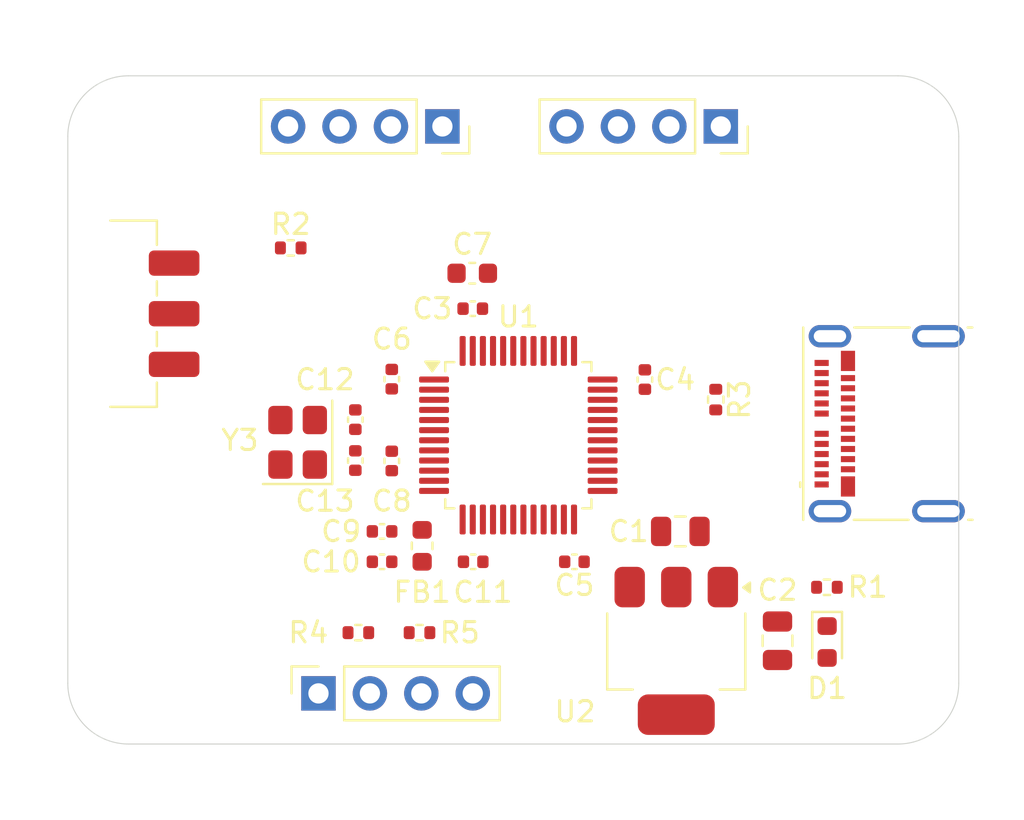
<source format=kicad_pcb>
(kicad_pcb (version 20241229) (generator "pcbnew") (generator_version "9.0")
  (layers (0 "F.Cu" signal) (2 "B.Cu" power) (13 "F.Paste" user) (15 "B.Paste" user) (5 "F.SilkS" user "F.Silkscreen") (7 "B.SilkS" user "B.Silkscreen") (1 "F.Mask" user) (3 "B.Mask" user) (25 "Edge.Cuts" user))
  (net 0 "")
  (net 1 "GND")
  (net 2 "VBUS")
  (net 3 "+3.3V")
  (net 4 "+3.3VA")
  (net 5 "/NRST")
  (net 6 "/HSE_IN")
  (net 7 "/HSE_OUT")
  (net 8 "/PWR_LED_K")
  (net 9 "/SWDIO")
  (net 10 "/SWCLK")
  (net 11 "/USART1_TX")
  (net 12 "/USART1_RX")
  (net 13 "/I2C2_SCL")
  (net 14 "/I2C2_SDA")
  (net 18 "/USB_D+")
  (net 20 "/USB_D-")
  (net 23 "/SW_BOOT0")
  (net 24 "/BOOT0")
  (net 52 "Net-(C10-Pad1)")
  (footprint "Package_TO_SOT_SMD:SOT-223-3_TabPin2" (layer "F.Cu") (at 202.05 98.4 -90)
    (property "Reference" "U2" (at 3 5 180) (layer "F.SilkS"))
    (property "Value" "AMS1117-3.3")
    (fp_line (start -1.85 3.41) (end 1.91 3.41) (stroke (width 0.12)) (layer "F.SilkS"))
    (fp_line (start 1.91 3.41) (end 1.91 2.15) (stroke (width 0.12)) (layer "F.SilkS"))
    (fp_line (start -1.85 -3.41) (end 1.91 -3.41) (stroke (width 0.12)) (layer "F.SilkS"))
    (fp_line (start 1.91 -3.41) (end 1.91 -2.15) (stroke (width 0.12)) (layer "F.SilkS"))
    (fp_poly (pts (xy -3.13 -3.31) (xy -3.37 -3.64) (xy -2.89 -3.64) (xy -3.13 -3.31)) (stroke (width 0.12)) (fill yes) (layer "F.SilkS"))
    (pad "1" smd roundrect (at -3.15 -2.3 270) (size 2 1.5) (layers "F.Cu" "F.Mask" "F.Paste") (net 1 "GND"))
    (pad "2" smd roundrect (at -3.15 0 270) (size 2 1.5) (layers "F.Cu" "F.Mask" "F.Paste") (net 3 "+3.3V"))
    (pad "2" smd roundrect (at 3.15 0 270) (size 2 3.8) (layers "F.Cu" "F.Mask" "F.Paste") (net 3 "+3.3V"))
    (pad "3" smd roundrect (at -3.15 2.3 270) (size 2 1.5) (layers "F.Cu" "F.Mask" "F.Paste") (net 2 "VBUS"))
  )
  (footprint "Connector_USB:USB_C_Receptacle_Molex_105450-0101" (layer "F.Cu") (at 212.445 87.18 90)
    (property "Reference" "P1")
    (property "Value" "USB_C_Plug_USB2.0")
    (fp_line (start -3.125 -4.275) (end -2.9 -4.275) (stroke (width 0.12)) (layer "F.SilkS"))
    (fp_line (start -4.75 -4.125) (end 4.75 -4.125) (stroke (width 0.12)) (layer "F.SilkS"))
    (fp_line (start -4.75 -1.625) (end -4.75 1.075) (stroke (width 0.12)) (layer "F.SilkS"))
    (fp_line (start 4.75 1.125) (end 4.75 -1.6) (stroke (width 0.12)) (layer "F.SilkS"))
    (fp_line (start 4.75 4.225) (end 4.75 4) (stroke (width 0.12)) (layer "F.SilkS"))
    (fp_line (start -4.75 4.235) (end -4.75 4.025) (stroke (width 0.12)) (layer "F.SilkS"))
    (pad "A1" smd rect (at -3 -3.215 90) (size 0.3 0.7) (layers "F.Cu" "F.Mask" "F.Paste") (net 1 "GND"))
    (pad "A2" smd rect (at -2.5 -3.215 90) (size 0.3 0.7) (layers "F.Cu" "F.Mask" "F.Paste"))
    (pad "A3" smd rect (at -2 -3.215 90) (size 0.3 0.7) (layers "F.Cu" "F.Mask" "F.Paste"))
    (pad "A4" smd rect (at -1.5 -3.215 90) (size 0.3 0.7) (layers "F.Cu" "F.Mask" "F.Paste") (net 2 "VBUS"))
    (pad "A5" smd rect (at -1 -3.215 90) (size 0.3 0.7) (layers "F.Cu" "F.Mask" "F.Paste"))
    (pad "A6" smd rect (at -0.5 -3.215 90) (size 0.3 0.7) (layers "F.Cu" "F.Mask" "F.Paste") (net 18 "/USB_D+"))
    (pad "A7" smd rect (at 0.5 -3.215 90) (size 0.3 0.7) (layers "F.Cu" "F.Mask" "F.Paste") (net 20 "/USB_D-"))
    (pad "A8" smd rect (at 1 -3.215 90) (size 0.3 0.7) (layers "F.Cu" "F.Mask" "F.Paste"))
    (pad "A9" smd rect (at 1.5 -3.215 90) (size 0.3 0.7) (layers "F.Cu" "F.Mask" "F.Paste") (net 2 "VBUS"))
    (pad "A10" smd rect (at 2 -3.215 90) (size 0.3 0.7) (layers "F.Cu" "F.Mask" "F.Paste"))
    (pad "A11" smd rect (at 2.5 -3.215 90) (size 0.3 0.7) (layers "F.Cu" "F.Mask" "F.Paste"))
    (pad "A12" smd rect (at 3 -3.215 90) (size 0.3 0.7) (layers "F.Cu" "F.Mask" "F.Paste") (net 1 "GND"))
    (pad "B1" smd rect (at 3.1 -1.915 90) (size 1 0.7) (layers "F.Cu" "F.Mask" "F.Paste") (net 1 "GND"))
    (pad "B2" smd rect (at 2.25 -1.915 90) (size 0.3 0.7) (layers "F.Cu" "F.Mask" "F.Paste"))
    (pad "B3" smd rect (at 1.75 -1.915 90) (size 0.3 0.7) (layers "F.Cu" "F.Mask" "F.Paste"))
    (pad "B4" smd rect (at 1.25 -1.915 90) (size 0.3 0.7) (layers "F.Cu" "F.Mask" "F.Paste") (net 2 "VBUS"))
    (pad "B5" smd rect (at 0.75 -1.915 90) (size 0.3 0.7) (layers "F.Cu" "F.Mask" "F.Paste"))
    (pad "B6" smd rect (at 0.25 -1.915 90) (size 0.3 0.7) (layers "F.Cu" "F.Mask" "F.Paste"))
    (pad "B7" smd rect (at -0.25 -1.915 90) (size 0.3 0.7) (layers "F.Cu" "F.Mask" "F.Paste"))
    (pad "B8" smd rect (at -0.75 -1.915 90) (size 0.3 0.7) (layers "F.Cu" "F.Mask" "F.Paste"))
    (pad "B9" smd rect (at -1.25 -1.915 90) (size 0.3 0.7) (layers "F.Cu" "F.Mask" "F.Paste") (net 2 "VBUS"))
    (pad "B10" smd rect (at -1.75 -1.915 90) (size 0.3 0.7) (layers "F.Cu" "F.Mask" "F.Paste"))
    (pad "B11" smd rect (at -2.25 -1.915 90) (size 0.3 0.7) (layers "F.Cu" "F.Mask" "F.Paste"))
    (pad "B12" smd rect (at -3.1 -1.915 90) (size 1 0.7) (layers "F.Cu" "F.Mask" "F.Paste") (net 1 "GND"))
    (pad "S1" thru_hole oval (at -4.32 -2.805 90) (size 1.1 2.1) (drill oval 0.6 1.6) (property pad_prop_heatsink) (layers "*.Cu" "*.Mask"))
    (pad "S1" thru_hole oval (at -4.32 2.555 90) (size 1.1 2.6) (drill oval 0.6 2.1) (property pad_prop_heatsink) (layers "*.Cu" "*.Mask"))
    (pad "S1" thru_hole oval (at 4.32 -2.805 90) (size 1.1 2.1) (drill oval 0.6 1.6) (property pad_prop_heatsink) (layers "*.Cu" "*.Mask"))
    (pad "S1" thru_hole oval (at 4.32 2.555 90) (size 1.1 2.6) (drill oval 0.6 2.1) (property pad_prop_heatsink) (layers "*.Cu" "*.Mask"))
  )
  (footprint "Button_Switch_SMD:SW_SPDT_CK_JS102011SAQN" (layer "F.Cu") (at 174.5 81.75 -90)
    (property "Reference" "SW1")
    (property "Value" "SW_SPDT")
    (fp_line (start -4.6 0.4) (end -4.6 -1.9) (stroke (width 0.12)) (layer "F.SilkS"))
    (fp_line (start -4.6 -1.9) (end -3.4 -1.9) (stroke (width 0.12)) (layer "F.SilkS"))
    (fp_line (start -0.9 -1.9) (end -1.6 -1.9) (stroke (width 0.12)) (layer "F.SilkS"))
    (fp_line (start 1.6 -1.9) (end 0.9 -1.9) (stroke (width 0.12)) (layer "F.SilkS"))
    (fp_line (start 3.4 -1.9) (end 4.6 -1.9) (stroke (width 0.12)) (layer "F.SilkS"))
    (fp_line (start 4.6 -1.9) (end 4.6 0.4) (stroke (width 0.12)) (layer "F.SilkS"))
    (pad "" np_thru_hole circle (at -3.4 0 270) (size 0.9 0.9) (drill 0.9) (layers "*.Cu" "*.Mask"))
    (pad "" np_thru_hole circle (at 3.4 0 270) (size 0.9 0.9) (drill 0.9) (layers "*.Cu" "*.Mask"))
    (pad "1" smd roundrect (at -2.5 -2.75 270) (size 1.25 2.5) (layers "F.Cu" "F.Mask" "F.Paste") (roundrect_rratio 0.2) (net 1 "GND"))
    (pad "2" smd roundrect (at 0 -2.75 270) (size 1.25 2.5) (layers "F.Cu" "F.Mask" "F.Paste") (roundrect_rratio 0.2) (net 23 "/SW_BOOT0"))
    (pad "3" smd roundrect (at 2.5 -2.75 270) (size 1.25 2.5) (layers "F.Cu" "F.Mask" "F.Paste") (roundrect_rratio 0.2) (net 3 "+3.3V"))
  )
  (footprint "Capacitor_SMD:C_0402_1005Metric" (layer "F.Cu") (at 192 81.5)
    (property "Reference" "C3" (at -2 0 0) (layer "F.SilkS"))
    (property "Value" "100n")
    (fp_line (start -0.107836 -0.36) (end 0.107836 -0.36) (stroke (width 0.12)) (layer "F.SilkS"))
    (fp_line (start -0.107836 0.36) (end 0.107836 0.36) (stroke (width 0.12)) (layer "F.SilkS"))
    (pad "1" smd roundrect (at -0.48 0) (size 0.56 0.62) (layers "F.Cu" "F.Mask" "F.Paste") (net 3 "+3.3V"))
    (pad "2" smd roundrect (at 0.48 0) (size 0.56 0.62) (layers "F.Cu" "F.Mask" "F.Paste") (net 1 "GND"))
  )
  (footprint "MountingHole:MountingHole_2.2mm_M2" (layer "F.Cu") (at 175 73)
    (property "Reference" "H1")
    (property "Value" "MountingHole")
    (pad "" np_thru_hole circle (at 0 0) (size 2.2 2.2) (drill 2.2) (layers "*.Cu" "*.Mask"))
  )
  (footprint "MountingHole:MountingHole_2.2mm_M2" (layer "F.Cu") (at 213 100)
    (property "Reference" "H4")
    (property "Value" "MountingHole")
    (pad "" np_thru_hole circle (at 0 0) (size 2.2 2.2) (drill 2.2) (layers "*.Cu" "*.Mask"))
  )
  (footprint "Connector_PinSocket_2.54mm:PinSocket_1x04_P2.54mm_Vertical" (layer "F.Cu") (at 184.38 100.5 90)
    (property "Reference" "J3")
    (property "Value" "Conn_01x04_Pin")
    (fp_line (start 1.33 -1.33) (end 1.33 0) (stroke (width 0.12)) (layer "F.SilkS"))
    (fp_line (start 0 -1.33) (end 1.33 -1.33) (stroke (width 0.12)) (layer "F.SilkS"))
    (fp_line (start 1.33 1.27) (end 1.33 8.95) (stroke (width 0.12)) (layer "F.SilkS"))
    (fp_line (start -1.33 1.27) (end 1.33 1.27) (stroke (width 0.12)) (layer "F.SilkS"))
    (fp_line (start -1.33 1.27) (end -1.33 8.95) (stroke (width 0.12)) (layer "F.SilkS"))
    (fp_line (start -1.33 8.95) (end 1.33 8.95) (stroke (width 0.12)) (layer "F.SilkS"))
    (pad "1" thru_hole rect (at 0 0 90) (size 1.7 1.7) (drill 1) (layers "*.Cu" "*.Mask") (net 3 "+3.3V"))
    (pad "2" thru_hole circle (at 0 2.54 90) (size 1.7 1.7) (drill 1) (layers "*.Cu" "*.Mask") (net 13 "/I2C2_SCL"))
    (pad "3" thru_hole circle (at 0 5.08 90) (size 1.7 1.7) (drill 1) (layers "*.Cu" "*.Mask") (net 14 "/I2C2_SDA"))
    (pad "4" thru_hole circle (at 0 7.62 90) (size 1.7 1.7) (drill 1) (layers "*.Cu" "*.Mask") (net 1 "GND"))
  )
  (footprint "Connector_PinSocket_2.54mm:PinSocket_1x04_P2.54mm_Vertical" (layer "F.Cu") (at 190.5 72.5 -90)
    (property "Reference" "J2")
    (property "Value" "Conn_01x04_Pin")
    (fp_line (start -1.33 8.95) (end 1.33 8.95) (stroke (width 0.12)) (layer "F.SilkS"))
    (fp_line (start -1.33 1.27) (end -1.33 8.95) (stroke (width 0.12)) (layer "F.SilkS"))
    (fp_line (start -1.33 1.27) (end 1.33 1.27) (stroke (width 0.12)) (layer "F.SilkS"))
    (fp_line (start 1.33 1.27) (end 1.33 8.95) (stroke (width 0.12)) (layer "F.SilkS"))
    (fp_line (start 0 -1.33) (end 1.33 -1.33) (stroke (width 0.12)) (layer "F.SilkS"))
    (fp_line (start 1.33 -1.33) (end 1.33 0) (stroke (width 0.12)) (layer "F.SilkS"))
    (pad "1" thru_hole rect (at 0 0 270) (size 1.7 1.7) (drill 1) (layers "*.Cu" "*.Mask") (net 3 "+3.3V"))
    (pad "2" thru_hole circle (at 0 2.54 270) (size 1.7 1.7) (drill 1) (layers "*.Cu" "*.Mask") (net 11 "/USART1_TX"))
    (pad "3" thru_hole circle (at 0 5.08 270) (size 1.7 1.7) (drill 1) (layers "*.Cu" "*.Mask") (net 12 "/USART1_RX"))
    (pad "4" thru_hole circle (at 0 7.62 270) (size 1.7 1.7) (drill 1) (layers "*.Cu" "*.Mask") (net 1 "GND"))
  )
  (footprint "Resistor_SMD:R_0402_1005Metric" (layer "F.Cu") (at 186.35 97.5 180)
    (property "Reference" "R4" (at 2.47 0 0) (layer "F.SilkS"))
    (property "Value" "1k5")
    (fp_line (start -0.153641 0.38) (end 0.153641 0.38) (stroke (width 0.12)) (layer "F.SilkS"))
    (fp_line (start -0.153641 -0.38) (end 0.153641 -0.38) (stroke (width 0.12)) (layer "F.SilkS"))
    (pad "1" smd roundrect (at -0.51 0 180) (size 0.54 0.64) (layers "F.Cu" "F.Mask" "F.Paste") (net 3 "+3.3V"))
    (pad "2" smd roundrect (at 0.51 0 180) (size 0.54 0.64) (layers "F.Cu" "F.Mask" "F.Paste") (net 13 "/I2C2_SCL"))
  )
  (footprint "Capacitor_SMD:C_0805_2012Metric" (layer "F.Cu") (at 207.05 97.9 90)
    (property "Reference" "C2" (at 2.5 0 180) (layer "F.SilkS"))
    (property "Value" "22u")
    (fp_line (start -0.261252 -0.735) (end 0.261252 -0.735) (stroke (width 0.12)) (layer "F.SilkS"))
    (fp_line (start -0.261252 0.735) (end 0.261252 0.735) (stroke (width 0.12)) (layer "F.SilkS"))
    (pad "1" smd roundrect (at -0.95 0 90) (size 1 1.45) (layers "F.Cu" "F.Mask" "F.Paste") (net 3 "+3.3V"))
    (pad "2" smd roundrect (at 0.95 0 90) (size 1 1.45) (layers "F.Cu" "F.Mask" "F.Paste") (net 1 "GND"))
  )
  (footprint "MountingHole:MountingHole_2.2mm_M2" (layer "F.Cu") (at 213 73)
    (property "Reference" "H3")
    (property "Value" "MountingHole")
    (pad "" np_thru_hole circle (at 0 0) (size 2.2 2.2) (drill 2.2) (layers "*.Cu" "*.Mask"))
  )
  (footprint "Resistor_SMD:R_0402_1005Metric" (layer "F.Cu") (at 183.01 78.5)
    (property "Reference" "R2" (at 0 -1.17 0) (layer "F.SilkS"))
    (property "Value" "10k")
    (fp_line (start -0.153641 -0.38) (end 0.153641 -0.38) (stroke (width 0.12)) (layer "F.SilkS"))
    (fp_line (start -0.153641 0.38) (end 0.153641 0.38) (stroke (width 0.12)) (layer "F.SilkS"))
    (pad "1" smd roundrect (at -0.51 0) (size 0.54 0.64) (layers "F.Cu" "F.Mask" "F.Paste") (net 23 "/SW_BOOT0"))
    (pad "2" smd roundrect (at 0.51 0) (size 0.54 0.64) (layers "F.Cu" "F.Mask" "F.Paste") (net 24 "/BOOT0"))
  )
  (footprint "Inductor_SMD:L_0603_1608Metric" (layer "F.Cu") (at 189.5 93.2125 -90)
    (property "Reference" "FB1" (at 2.2875 0 0) (layer "F.SilkS"))
    (property "Value" "FerriteBead")
    (fp_line (start -0.162779 0.51) (end 0.162779 0.51) (stroke (width 0.12)) (layer "F.SilkS"))
    (fp_line (start -0.162779 -0.51) (end 0.162779 -0.51) (stroke (width 0.12)) (layer "F.SilkS"))
    (pad "1" smd roundrect (at -0.7875 0 270) (size 0.875 0.95) (layers "F.Cu" "F.Mask" "F.Paste") (net 4 "+3.3VA"))
    (pad "2" smd roundrect (at 0.7875 0 270) (size 0.875 0.95) (layers "F.Cu" "F.Mask" "F.Paste") (net 52 "Net-(C10-Pad1)"))
  )
  (footprint "Crystal:Crystal_SMD_3225-4Pin_3.2x2.5mm" (layer "F.Cu") (at 183.35 88.1 90)
    (property "Reference" "Y3" (at 0.1 -2.85 0) (layer "F.SilkS"))
    (property "Value" "16MHz")
    (fp_line (start -2.06 -1.71) (end -2.06 1.71) (stroke (width 0.12)) (layer "F.SilkS"))
    (fp_line (start -2.06 1.71) (end 2.06 1.71) (stroke (width 0.12)) (layer "F.SilkS"))
    (pad "1" smd roundrect (at -1.1 0.85 90) (size 1.4 1.2) (layers "F.Cu" "F.Mask" "F.Paste") (roundrect_rratio 0.208333) (net 6 "/HSE_IN"))
    (pad "2" smd roundrect (at 1.1 0.85 90) (size 1.4 1.2) (layers "F.Cu" "F.Mask" "F.Paste") (roundrect_rratio 0.208333) (net 1 "GND"))
    (pad "3" smd roundrect (at 1.1 -0.85 90) (size 1.4 1.2) (layers "F.Cu" "F.Mask" "F.Paste") (roundrect_rratio 0.208333) (net 7 "/HSE_OUT"))
    (pad "4" smd roundrect (at -1.1 -0.85 90) (size 1.4 1.2) (layers "F.Cu" "F.Mask" "F.Paste") (roundrect_rratio 0.208333) (net 1 "GND"))
  )
  (footprint "Capacitor_SMD:C_0402_1005Metric" (layer "F.Cu") (at 186.2 86.98 90)
    (property "Reference" "C12" (at 1.98 -1.5 180) (layer "F.SilkS"))
    (property "Value" "10p")
    (fp_line (start -0.107836 -0.36) (end 0.107836 -0.36) (stroke (width 0.12)) (layer "F.SilkS"))
    (fp_line (start -0.107836 0.36) (end 0.107836 0.36) (stroke (width 0.12)) (layer "F.SilkS"))
    (pad "1" smd roundrect (at -0.48 0 90) (size 0.56 0.62) (layers "F.Cu" "F.Mask" "F.Paste") (net 6 "/HSE_IN"))
    (pad "2" smd roundrect (at 0.48 0 90) (size 0.56 0.62) (layers "F.Cu" "F.Mask" "F.Paste") (net 1 "GND"))
  )
  (footprint "Resistor_SMD:R_0402_1005Metric" (layer "F.Cu") (at 189.37 97.5)
    (property "Reference" "R5" (at 1.99 0 0) (layer "F.SilkS"))
    (property "Value" "1k5")
    (fp_line (start -0.153641 -0.38) (end 0.153641 -0.38) (stroke (width 0.12)) (layer "F.SilkS"))
    (fp_line (start -0.153641 0.38) (end 0.153641 0.38) (stroke (width 0.12)) (layer "F.SilkS"))
    (pad "1" smd roundrect (at -0.51 0) (size 0.54 0.64) (layers "F.Cu" "F.Mask" "F.Paste") (net 3 "+3.3V"))
    (pad "2" smd roundrect (at 0.51 0) (size 0.54 0.64) (layers "F.Cu" "F.Mask" "F.Paste") (net 14 "/I2C2_SDA"))
  )
  (footprint "Capacitor_SMD:C_0402_1005Metric" (layer "F.Cu") (at 188 89.02 90)
    (property "Reference" "C8" (at -1.98 0 180) (layer "F.SilkS"))
    (property "Value" "10n")
    (fp_line (start -0.107836 -0.36) (end 0.107836 -0.36) (stroke (width 0.12)) (layer "F.SilkS"))
    (fp_line (start -0.107836 0.36) (end 0.107836 0.36) (stroke (width 0.12)) (layer "F.SilkS"))
    (pad "1" smd roundrect (at -0.48 0 90) (size 0.56 0.62) (layers "F.Cu" "F.Mask" "F.Paste") (net 4 "+3.3VA"))
    (pad "2" smd roundrect (at 0.48 0 90) (size 0.56 0.62) (layers "F.Cu" "F.Mask" "F.Paste") (net 1 "GND"))
  )
  (footprint "Resistor_SMD:R_0402_1005Metric" (layer "F.Cu") (at 204 85.99 -90)
    (property "Reference" "R3" (at 0 -1.17 90) (layer "F.SilkS"))
    (property "Value" "1k5")
    (fp_line (start -0.153641 0.38) (end 0.153641 0.38) (stroke (width 0.12)) (layer "F.SilkS"))
    (fp_line (start -0.153641 -0.38) (end 0.153641 -0.38) (stroke (width 0.12)) (layer "F.SilkS"))
    (pad "1" smd roundrect (at -0.51 0 270) (size 0.54 0.64) (layers "F.Cu" "F.Mask" "F.Paste") (net 3 "+3.3V"))
    (pad "2" smd roundrect (at 0.51 0 270) (size 0.54 0.64) (layers "F.Cu" "F.Mask" "F.Paste") (net 18 "/USB_D+"))
  )
  (footprint "LED_SMD:LED_0603_1608Metric" (layer "F.Cu") (at 209.5 97.9625 -90)
    (property "Reference" "D1" (at 2.2875 0 0) (layer "F.SilkS"))
    (property "Value" "LED")
    (fp_line (start -1.485 0.735) (end 0.8 0.735) (stroke (width 0.12)) (layer "F.SilkS"))
    (fp_line (start -1.485 -0.735) (end -1.485 0.735) (stroke (width 0.12)) (layer "F.SilkS"))
    (fp_line (start 0.8 -0.735) (end -1.485 -0.735) (stroke (width 0.12)) (layer "F.SilkS"))
    (pad "1" smd roundrect (at -0.7875 0 270) (size 0.875 0.95) (layers "F.Cu" "F.Mask" "F.Paste") (net 8 "/PWR_LED_K"))
    (pad "2" smd roundrect (at 0.7875 0 270) (size 0.875 0.95) (layers "F.Cu" "F.Mask" "F.Paste") (net 3 "+3.3V"))
  )
  (footprint "Capacitor_SMD:C_0402_1005Metric" (layer "F.Cu") (at 186.2 89 90)
    (property "Reference" "C13" (at -2 -1.5 180) (layer "F.SilkS"))
    (property "Value" "10p")
    (fp_line (start -0.107836 -0.36) (end 0.107836 -0.36) (stroke (width 0.12)) (layer "F.SilkS"))
    (fp_line (start -0.107836 0.36) (end 0.107836 0.36) (stroke (width 0.12)) (layer "F.SilkS"))
    (pad "1" smd roundrect (at -0.48 0 90) (size 0.56 0.62) (layers "F.Cu" "F.Mask" "F.Paste") (net 7 "/HSE_OUT"))
    (pad "2" smd roundrect (at 0.48 0 90) (size 0.56 0.62) (layers "F.Cu" "F.Mask" "F.Paste") (net 1 "GND"))
  )
  (footprint "Capacitor_SMD:C_0402_1005Metric" (layer "F.Cu") (at 187.52 94 180)
    (property "Reference" "C10" (at 2.52 0 0) (layer "F.SilkS"))
    (property "Value" "1u")
    (fp_line (start -0.107836 0.36) (end 0.107836 0.36) (stroke (width 0.12)) (layer "F.SilkS"))
    (fp_line (start -0.107836 -0.36) (end 0.107836 -0.36) (stroke (width 0.12)) (layer "F.SilkS"))
    (pad "1" smd roundrect (at -0.48 0 180) (size 0.56 0.62) (layers "F.Cu" "F.Mask" "F.Paste") (net 52 "Net-(C10-Pad1)"))
    (pad "2" smd roundrect (at 0.48 0 180) (size 0.56 0.62) (layers "F.Cu" "F.Mask" "F.Paste") (net 1 "GND"))
  )
  (footprint "MountingHole:MountingHole_2.2mm_M2" (layer "F.Cu") (at 175 100)
    (property "Reference" "H2")
    (property "Value" "MountingHole")
    (pad "" np_thru_hole circle (at 0 0) (size 2.2 2.2) (drill 2.2) (layers "*.Cu" "*.Mask"))
  )
  (footprint "Connector_PinSocket_2.54mm:PinSocket_1x04_P2.54mm_Vertical" (layer "F.Cu") (at 204.25 72.5 -90)
    (property "Reference" "J1")
    (property "Value" "Conn_01x04_Pin")
    (fp_line (start -1.33 8.95) (end 1.33 8.95) (stroke (width 0.12)) (layer "F.SilkS"))
    (fp_line (start -1.33 1.27) (end -1.33 8.95) (stroke (width 0.12)) (layer "F.SilkS"))
    (fp_line (start -1.33 1.27) (end 1.33 1.27) (stroke (width 0.12)) (layer "F.SilkS"))
    (fp_line (start 1.33 1.27) (end 1.33 8.95) (stroke (width 0.12)) (layer "F.SilkS"))
    (fp_line (start 0 -1.33) (end 1.33 -1.33) (stroke (width 0.12)) (layer "F.SilkS"))
    (fp_line (start 1.33 -1.33) (end 1.33 0) (stroke (width 0.12)) (layer "F.SilkS"))
    (pad "1" thru_hole rect (at 0 0 270) (size 1.7 1.7) (drill 1) (layers "*.Cu" "*.Mask") (net 3 "+3.3V"))
    (pad "2" thru_hole circle (at 0 2.54 270) (size 1.7 1.7) (drill 1) (layers "*.Cu" "*.Mask") (net 9 "/SWDIO"))
    (pad "3" thru_hole circle (at 0 5.08 270) (size 1.7 1.7) (drill 1) (layers "*.Cu" "*.Mask") (net 10 "/SWCLK"))
    (pad "4" thru_hole circle (at 0 7.62 270) (size 1.7 1.7) (drill 1) (layers "*.Cu" "*.Mask") (net 1 "GND"))
  )
  (footprint "Capacitor_SMD:C_0402_1005Metric" (layer "F.Cu") (at 197.02 94 180)
    (property "Reference" "C5" (at 0 -1.16 0) (layer "F.SilkS"))
    (property "Value" "100n")
    (fp_line (start -0.107836 0.36) (end 0.107836 0.36) (stroke (width 0.12)) (layer "F.SilkS"))
    (fp_line (start -0.107836 -0.36) (end 0.107836 -0.36) (stroke (width 0.12)) (layer "F.SilkS"))
    (pad "1" smd roundrect (at -0.48 0 180) (size 0.56 0.62) (layers "F.Cu" "F.Mask" "F.Paste") (net 3 "+3.3V"))
    (pad "2" smd roundrect (at 0.48 0 180) (size 0.56 0.62) (layers "F.Cu" "F.Mask" "F.Paste") (net 1 "GND"))
  )
  (footprint "Capacitor_SMD:C_0402_1005Metric" (layer "F.Cu") (at 200.5 85 -90)
    (property "Reference" "C4" (at 0 -1.5 180) (layer "F.SilkS"))
    (property "Value" "100n")
    (fp_line (start -0.107836 0.36) (end 0.107836 0.36) (stroke (width 0.12)) (layer "F.SilkS"))
    (fp_line (start -0.107836 -0.36) (end 0.107836 -0.36) (stroke (width 0.12)) (layer "F.SilkS"))
    (pad "1" smd roundrect (at -0.48 0 270) (size 0.56 0.62) (layers "F.Cu" "F.Mask" "F.Paste") (net 3 "+3.3V"))
    (pad "2" smd roundrect (at 0.48 0 270) (size 0.56 0.62) (layers "F.Cu" "F.Mask" "F.Paste") (net 1 "GND"))
  )
  (footprint "Capacitor_SMD:C_0805_2012Metric" (layer "F.Cu") (at 202.25 92.5)
    (property "Reference" "C1" (at -2.55 0 0) (layer "F.SilkS"))
    (property "Value" "22u")
    (fp_line (start -0.261252 -0.735) (end 0.261252 -0.735) (stroke (width 0.12)) (layer "F.SilkS"))
    (fp_line (start -0.261252 0.735) (end 0.261252 0.735) (stroke (width 0.12)) (layer "F.SilkS"))
    (pad "1" smd roundrect (at -0.95 0) (size 1 1.45) (layers "F.Cu" "F.Mask" "F.Paste") (net 2 "VBUS"))
    (pad "2" smd roundrect (at 0.95 0) (size 1 1.45) (layers "F.Cu" "F.Mask" "F.Paste") (net 1 "GND"))
  )
  (footprint "Capacitor_SMD:C_0603_1608Metric" (layer "F.Cu") (at 191.975 79.75)
    (property "Reference" "C7" (at 0 -1.43 0) (layer "F.SilkS"))
    (property "Value" "10u")
    (fp_line (start -0.14058 -0.51) (end 0.14058 -0.51) (stroke (width 0.12)) (layer "F.SilkS"))
    (fp_line (start -0.14058 0.51) (end 0.14058 0.51) (stroke (width 0.12)) (layer "F.SilkS"))
    (pad "1" smd roundrect (at -0.775 0) (size 0.9 0.95) (layers "F.Cu" "F.Mask" "F.Paste") (net 3 "+3.3V"))
    (pad "2" smd roundrect (at 0.775 0) (size 0.9 0.95) (layers "F.Cu" "F.Mask" "F.Paste") (net 1 "GND"))
  )
  (footprint "Resistor_SMD:R_0402_1005Metric" (layer "F.Cu") (at 209.49 95.26 180)
    (property "Reference" "R1" (at -2.01 0.01 180) (layer "F.SilkS"))
    (property "Value" "1k5")
    (fp_line (start -0.153641 0.38) (end 0.153641 0.38) (stroke (width 0.12)) (layer "F.SilkS"))
    (fp_line (start -0.153641 -0.38) (end 0.153641 -0.38) (stroke (width 0.12)) (layer "F.SilkS"))
    (pad "1" smd roundrect (at -0.51 0 180) (size 0.54 0.64) (layers "F.Cu" "F.Mask" "F.Paste") (net 8 "/PWR_LED_K"))
    (pad "2" smd roundrect (at 0.51 0 180) (size 0.54 0.64) (layers "F.Cu" "F.Mask" "F.Paste") (net 1 "GND"))
  )
  (footprint "Package_QFP:LQFP-48_7x7mm_P0.5mm" (layer "F.Cu") (at 194.25 87.75)
    (property "Reference" "U1" (at 0 -5.85 0) (layer "F.SilkS"))
    (property "Value" "STM32F103C8T6")
    (fp_line (start -3.61 -3.61) (end -3.16 -3.61) (stroke (width 0.12)) (layer "F.SilkS"))
    (fp_line (start -3.61 -3.16) (end -3.61 -3.61) (stroke (width 0.12)) (layer "F.SilkS"))
    (fp_line (start -3.61 3.61) (end -3.61 3.16) (stroke (width 0.12)) (layer "F.SilkS"))
    (fp_line (start -3.16 3.61) (end -3.61 3.61) (stroke (width 0.12)) (layer "F.SilkS"))
    (fp_line (start 3.16 -3.61) (end 3.61 -3.61) (stroke (width 0.12)) (layer "F.SilkS"))
    (fp_line (start 3.61 -3.61) (end 3.61 -3.16) (stroke (width 0.12)) (layer "F.SilkS"))
    (fp_line (start 3.61 3.16) (end 3.61 3.61) (stroke (width 0.12)) (layer "F.SilkS"))
    (fp_line (start 3.61 3.61) (end 3.16 3.61) (stroke (width 0.12)) (layer "F.SilkS"))
    (fp_poly (pts (xy -4.25 -3.16) (xy -4.59 -3.63) (xy -3.91 -3.63)) (stroke (width 0.12)) (fill yes) (layer "F.SilkS"))
    (pad "1" smd roundrect (at -4.1625 -2.75) (size 1.475 0.3) (layers "F.Cu" "F.Mask" "F.Paste") (net 3 "+3.3V"))
    (pad "2" smd roundrect (at -4.1625 -2.25) (size 1.475 0.3) (layers "F.Cu" "F.Mask" "F.Paste"))
    (pad "3" smd roundrect (at -4.1625 -1.75) (size 1.475 0.3) (layers "F.Cu" "F.Mask" "F.Paste"))
    (pad "4" smd roundrect (at -4.1625 -1.25) (size 1.475 0.3) (layers "F.Cu" "F.Mask" "F.Paste"))
    (pad "5" smd roundrect (at -4.1625 -0.75) (size 1.475 0.3) (layers "F.Cu" "F.Mask" "F.Paste") (net 6 "/HSE_IN"))
    (pad "6" smd roundrect (at -4.1625 -0.25) (size 1.475 0.3) (layers "F.Cu" "F.Mask" "F.Paste") (net 7 "/HSE_OUT"))
    (pad "7" smd roundrect (at -4.1625 0.25) (size 1.475 0.3) (layers "F.Cu" "F.Mask" "F.Paste") (net 5 "/NRST"))
    (pad "8" smd roundrect (at -4.1625 0.75) (size 1.475 0.3) (layers "F.Cu" "F.Mask" "F.Paste") (net 1 "GND"))
    (pad "9" smd roundrect (at -4.1625 1.25) (size 1.475 0.3) (layers "F.Cu" "F.Mask" "F.Paste") (net 4 "+3.3VA"))
    (pad "10" smd roundrect (at -4.1625 1.75) (size 1.475 0.3) (layers "F.Cu" "F.Mask" "F.Paste"))
    (pad "11" smd roundrect (at -4.1625 2.25) (size 1.475 0.3) (layers "F.Cu" "F.Mask" "F.Paste"))
    (pad "12" smd roundrect (at -4.1625 2.75) (size 1.475 0.3) (layers "F.Cu" "F.Mask" "F.Paste"))
    (pad "13" smd roundrect (at -2.75 4.1625) (size 0.3 1.475) (layers "F.Cu" "F.Mask" "F.Paste"))
    (pad "14" smd roundrect (at -2.25 4.1625) (size 0.3 1.475) (layers "F.Cu" "F.Mask" "F.Paste"))
    (pad "15" smd roundrect (at -1.75 4.1625) (size 0.3 1.475) (layers "F.Cu" "F.Mask" "F.Paste"))
    (pad "16" smd roundrect (at -1.25 4.1625) (size 0.3 1.475) (layers "F.Cu" "F.Mask" "F.Paste"))
    (pad "17" smd roundrect (at -0.75 4.1625) (size 0.3 1.475) (layers "F.Cu" "F.Mask" "F.Paste"))
    (pad "18" smd roundrect (at -0.25 4.1625) (size 0.3 1.475) (layers "F.Cu" "F.Mask" "F.Paste"))
    (pad "19" smd roundrect (at 0.25 4.1625) (size 0.3 1.475) (layers "F.Cu" "F.Mask" "F.Paste"))
    (pad "20" smd roundrect (at 0.75 4.1625) (size 0.3 1.475) (layers "F.Cu" "F.Mask" "F.Paste"))
    (pad "21" smd roundrect (at 1.25 4.1625) (size 0.3 1.475) (layers "F.Cu" "F.Mask" "F.Paste") (net 13 "/I2C2_SCL"))
    (pad "22" smd roundrect (at 1.75 4.1625) (size 0.3 1.475) (layers "F.Cu" "F.Mask" "F.Paste") (net 14 "/I2C2_SDA"))
    (pad "23" smd roundrect (at 2.25 4.1625) (size 0.3 1.475) (layers "F.Cu" "F.Mask" "F.Paste") (net 1 "GND"))
    (pad "24" smd roundrect (at 2.75 4.1625) (size 0.3 1.475) (layers "F.Cu" "F.Mask" "F.Paste") (net 3 "+3.3V"))
    (pad "25" smd roundrect (at 4.1625 2.75) (size 1.475 0.3) (layers "F.Cu" "F.Mask" "F.Paste"))
    (pad "26" smd roundrect (at 4.1625 2.25) (size 1.475 0.3) (layers "F.Cu" "F.Mask" "F.Paste"))
    (pad "27" smd roundrect (at 4.1625 1.75) (size 1.475 0.3) (layers "F.Cu" "F.Mask" "F.Paste"))
    (pad "28" smd roundrect (at 4.1625 1.25) (size 1.475 0.3) (layers "F.Cu" "F.Mask" "F.Paste"))
    (pad "29" smd roundrect (at 4.1625 0.75) (size 1.475 0.3) (layers "F.Cu" "F.Mask" "F.Paste"))
    (pad "30" smd roundrect (at 4.1625 0.25) (size 1.475 0.3) (layers "F.Cu" "F.Mask" "F.Paste"))
    (pad "31" smd roundrect (at 4.1625 -0.25) (size 1.475 0.3) (layers "F.Cu" "F.Mask" "F.Paste"))
    (pad "32" smd roundrect (at 4.1625 -0.75) (size 1.475 0.3) (layers "F.Cu" "F.Mask" "F.Paste") (net 20 "/USB_D-"))
    (pad "33" smd roundrect (at 4.1625 -1.25) (size 1.475 0.3) (layers "F.Cu" "F.Mask" "F.Paste") (net 18 "/USB_D+"))
    (pad "34" smd roundrect (at 4.1625 -1.75) (size 1.475 0.3) (layers "F.Cu" "F.Mask" "F.Paste") (net 9 "/SWDIO"))
    (pad "35" smd roundrect (at 4.1625 -2.25) (size 1.475 0.3) (layers "F.Cu" "F.Mask" "F.Paste") (net 1 "GND"))
    (pad "36" smd roundrect (at 4.1625 -2.75) (size 1.475 0.3) (layers "F.Cu" "F.Mask" "F.Paste") (net 3 "+3.3V"))
    (pad "37" smd roundrect (at 2.75 -4.1625) (size 0.3 1.475) (layers "F.Cu" "F.Mask" "F.Paste") (net 10 "/SWCLK"))
    (pad "38" smd roundrect (at 2.25 -4.1625) (size 0.3 1.475) (layers "F.Cu" "F.Mask" "F.Paste"))
    (pad "39" smd roundrect (at 1.75 -4.1625) (size 0.3 1.475) (layers "F.Cu" "F.Mask" "F.Paste"))
    (pad "40" smd roundrect (at 1.25 -4.1625) (size 0.3 1.475) (layers "F.Cu" "F.Mask" "F.Paste"))
    (pad "41" smd roundrect (at 0.75 -4.1625) (size 0.3 1.475) (layers "F.Cu" "F.Mask" "F.Paste"))
    (pad "42" smd roundrect (at 0.25 -4.1625) (size 0.3 1.475) (layers "F.Cu" "F.Mask" "F.Paste") (net 11 "/USART1_TX"))
    (pad "43" smd roundrect (at -0.25 -4.1625) (size 0.3 1.475) (layers "F.Cu" "F.Mask" "F.Paste") (net 12 "/USART1_RX"))
    (pad "44" smd roundrect (at -0.75 -4.1625) (size 0.3 1.475) (layers "F.Cu" "F.Mask" "F.Paste") (net 24 "/BOOT0"))
    (pad "45" smd roundrect (at -1.25 -4.1625) (size 0.3 1.475) (layers "F.Cu" "F.Mask" "F.Paste"))
    (pad "46" smd roundrect (at -1.75 -4.1625) (size 0.3 1.475) (layers "F.Cu" "F.Mask" "F.Paste"))
    (pad "47" smd roundrect (at -2.25 -4.1625) (size 0.3 1.475) (layers "F.Cu" "F.Mask" "F.Paste") (net 1 "GND"))
    (pad "48" smd roundrect (at -2.75 -4.1625) (size 0.3 1.475) (layers "F.Cu" "F.Mask" "F.Paste") (net 3 "+3.3V"))
  )
  (footprint "Capacitor_SMD:C_0402_1005Metric" (layer "F.Cu") (at 187.52 92.5 180)
    (property "Reference" "C9" (at 2.02 0 0) (layer "F.SilkS"))
    (property "Value" "1u")
    (fp_line (start -0.107836 0.36) (end 0.107836 0.36) (stroke (width 0.12)) (layer "F.SilkS"))
    (fp_line (start -0.107836 -0.36) (end 0.107836 -0.36) (stroke (width 0.12)) (layer "F.SilkS"))
    (pad "1" smd roundrect (at -0.48 0 180) (size 0.56 0.62) (layers "F.Cu" "F.Mask" "F.Paste") (net 4 "+3.3VA"))
    (pad "2" smd roundrect (at 0.48 0 180) (size 0.56 0.62) (layers "F.Cu" "F.Mask" "F.Paste") (net 1 "GND"))
  )
  (footprint "Capacitor_SMD:C_0402_1005Metric" (layer "F.Cu") (at 192.02 94)
    (property "Reference" "C11" (at 0.48 1.5 0) (layer "F.SilkS"))
    (property "Value" "100n")
    (fp_line (start -0.107836 -0.36) (end 0.107836 -0.36) (stroke (width 0.12)) (layer "F.SilkS"))
    (fp_line (start -0.107836 0.36) (end 0.107836 0.36) (stroke (width 0.12)) (layer "F.SilkS"))
    (pad "1" smd roundrect (at -0.48 0) (size 0.56 0.62) (layers "F.Cu" "F.Mask" "F.Paste") (net 5 "/NRST"))
    (pad "2" smd roundrect (at 0.48 0) (size 0.56 0.62) (layers "F.Cu" "F.Mask" "F.Paste") (net 1 "GND"))
  )
  (footprint "Capacitor_SMD:C_0402_1005Metric" (layer "F.Cu") (at 188 84.98 90)
    (property "Reference" "C6" (at 1.98 0 180) (layer "F.SilkS"))
    (property "Value" "100n")
    (fp_line (start -0.107836 -0.36) (end 0.107836 -0.36) (stroke (width 0.12)) (layer "F.SilkS"))
    (fp_line (start -0.107836 0.36) (end 0.107836 0.36) (stroke (width 0.12)) (layer "F.SilkS"))
    (pad "1" smd roundrect (at -0.48 0 90) (size 0.56 0.62) (layers "F.Cu" "F.Mask" "F.Paste") (net 3 "+3.3V"))
    (pad "2" smd roundrect (at 0.48 0 90) (size 0.56 0.62) (layers "F.Cu" "F.Mask" "F.Paste") (net 1 "GND"))
  )
  (gr_arc (start 175 103) (mid 172.87868 102.12132) (end 172 100) (stroke (width 0.05)) (layer "Edge.Cuts"))
  (gr_arc (start 213 70) (mid 215.12132 70.87868) (end 216 73) (stroke (width 0.05)) (layer "Edge.Cuts"))
  (gr_line (start 213 70) (end 175 70) (stroke (width 0.05)) (layer "Edge.Cuts"))
  (gr_line (start 216 100) (end 216 73) (stroke (width 0.05)) (layer "Edge.Cuts"))
  (gr_arc (start 172 73) (mid 172.87868 70.87868) (end 175 70) (stroke (width 0.05)) (layer "Edge.Cuts"))
  (gr_line (start 175 103) (end 213 103) (stroke (width 0.05)) (layer "Edge.Cuts"))
  (gr_line (start 172 73) (end 172 100) (stroke (width 0.05)) (layer "Edge.Cuts"))
  (gr_arc (start 216 100) (mid 215.12132 102.12132) (end 213 103) (stroke (width 0.05)) (layer "Edge.Cuts"))
)
</source>
